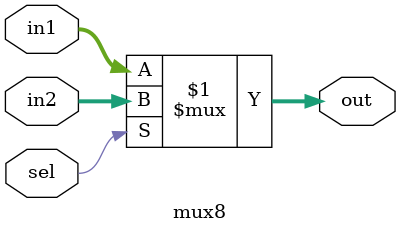
<source format=v>
`timescale 1ns / 1ps

module mux8(
    input [7:0] in1,
    input [7:0] in2,
    input sel,
	output [7:0] out
    );

assign out = sel ? in2 : in1;

endmodule

</source>
